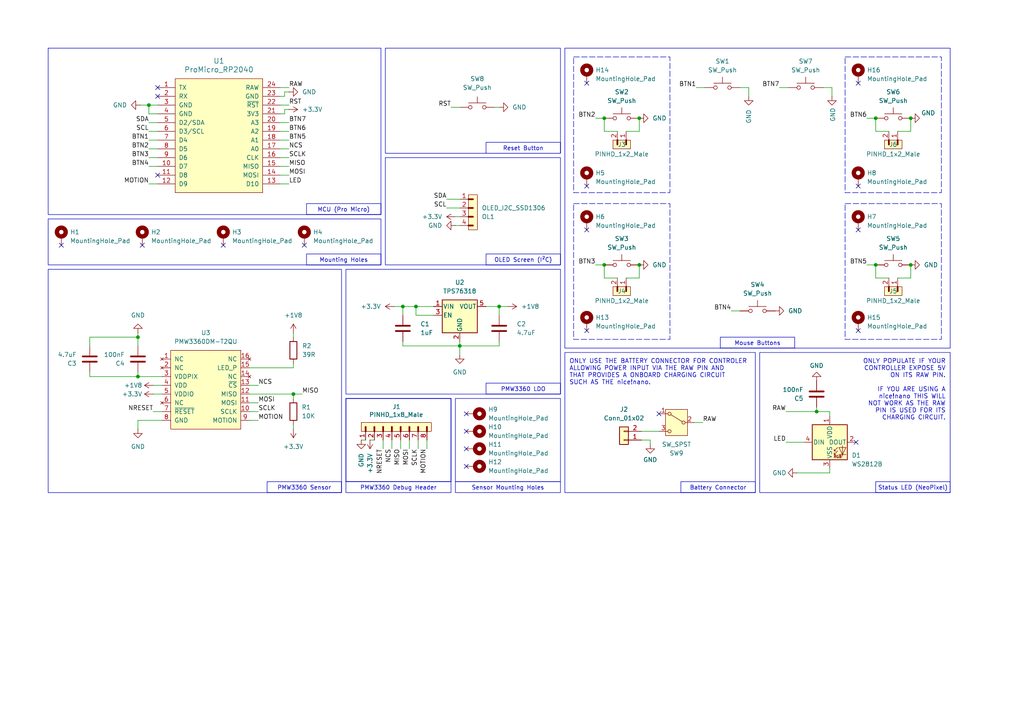
<source format=kicad_sch>
(kicad_sch (version 20231120) (generator "eeschema") (generator_version "8.0")
  (paper "A4")
  (title_block (title "LT7DK") (date "2025-02-04") (rev "v1.00") (company "LambdaKB.dev") (comment 1 "https://lambdakb.dev/devices/lt7dk/"))
  (lib_symbols
    (symbol "Connector_Generic:Conn_01x02" (pin_names (offset 1.016) hide)
      (property "Reference" "J" (at 0 2.54 0))
      (property "Value" "Conn_01x02" (at 0 -5.08 0))
      (symbol "Conn_01x02_1_1"
        (rectangle (start -1.27 -2.413) (end 0 -2.667) (stroke (width 0.1524)))
        (rectangle (start -1.27 0.127) (end 0 -0.127) (stroke (width 0.1524)))
        (rectangle (start -1.27 1.27) (end 1.27 -3.81) (stroke (width 0.254)) (fill (type background)))
        (pin passive line (at -5.08 0 0) (length 3.81) (name "Pin_1") (number "1"))
        (pin passive line (at -5.08 -2.54 0) (length 3.81) (name "Pin_2") (number "2"))
      )
    )
    (symbol "Device:C" (pin_numbers hide) (pin_names (offset 0.254))
      (property "Reference" "C" (at 0.635 2.54 0))
      (property "Value" "C" (at 0.635 -2.54 0))
      (symbol "C_0_1"
        (polyline (pts (xy -2.032 -0.762) (xy 2.032 -0.762)) (stroke (width 0.508)))
        (polyline (pts (xy -2.032 0.762) (xy 2.032 0.762)) (stroke (width 0.508)))
      )
      (symbol "C_1_1"
        (pin passive line (at 0 3.81 270) (length 2.794) (name "~") (number "1"))
        (pin passive line (at 0 -3.81 90) (length 2.794) (name "~") (number "2"))
      )
    )
    (symbol "Device:R" (pin_numbers hide) (pin_names (offset 0))
      (property "Reference" "R" (at 2.032 0 90))
      (property "Value" "R" (at 0 0 90))
      (symbol "R_0_1"
        (rectangle (start -1.016 -2.54) (end 1.016 2.54) (stroke (width 0.254)))
      )
      (symbol "R_1_1"
        (pin passive line (at 0 3.81 270) (length 1.27) (name "~") (number "1"))
        (pin passive line (at 0 -3.81 90) (length 1.27) (name "~") (number "2"))
      )
    )
    (symbol "LED:WS2812B" (pin_names (offset 0.254))
      (property "Reference" "D" (at 5.08 5.715 0))
      (property "Value" "WS2812B" (at 1.27 -5.715 0))
      (symbol "WS2812B_0_0"
        (text "RGB" (at 2.286 -4.191 0) (effects (font (size 0.762 0.762))))
      )
      (symbol "WS2812B_0_1"
        (polyline (pts (xy 1.27 -3.556) (xy 1.778 -3.556)))
        (polyline (pts (xy 1.27 -2.54) (xy 1.778 -2.54)))
        (polyline (pts (xy 4.699 -3.556) (xy 2.667 -3.556)))
        (polyline (pts (xy 2.286 -2.54) (xy 1.27 -3.556) (xy 1.27 -3.048)))
        (polyline (pts (xy 2.286 -1.524) (xy 1.27 -2.54) (xy 1.27 -2.032)))
        (polyline (pts (xy 3.683 -1.016) (xy 3.683 -3.556) (xy 3.683 -4.064)))
        (polyline (pts (xy 4.699 -1.524) (xy 2.667 -1.524) (xy 3.683 -3.556) (xy 4.699 -1.524)))
        (rectangle (start 5.08 5.08) (end -5.08 -5.08) (stroke (width 0.254)) (fill (type background)))
      )
      (symbol "WS2812B_1_1"
        (pin power_in line (at 0 7.62 270) (length 2.54) (name "VDD") (number "1"))
        (pin output line (at 7.62 0 180) (length 2.54) (name "DOUT") (number "2"))
        (pin power_in line (at 0 -7.62 90) (length 2.54) (name "VSS") (number "3"))
        (pin input line (at -7.62 0 0) (length 2.54) (name "DIN") (number "4"))
      )
    )
    (symbol "LKBD_MCU:ProMicro_RP2040" (pin_names (offset 1.016))
      (property "Reference" "U" (at 0 19.05 0))
      (property "Value" "ProMicro_RP2040" (at 0 -19.05 0))
      (symbol "ProMicro_RP2040_0_1"
        (rectangle (start -12.7 16.51) (end 12.7 -16.51) (fill (type background)))
      )
      (symbol "ProMicro_RP2040_1_1"
        (pin bidirectional line (at -17.78 13.97 0) (length 5.08) (name "TX") (number "1"))
        (pin bidirectional line (at -17.78 -8.89 0) (length 5.08) (name "D7") (number "10"))
        (pin bidirectional line (at -17.78 -11.43 0) (length 5.08) (name "D8") (number "11"))
        (pin bidirectional line (at -17.78 -13.97 0) (length 5.08) (name "D9") (number "12"))
        (pin bidirectional line (at 17.78 -13.97 180) (length 5.08) (name "D10") (number "13"))
        (pin bidirectional line (at 17.78 -11.43 180) (length 5.08) (name "MOSI") (number "14"))
        (pin bidirectional line (at 17.78 -8.89 180) (length 5.08) (name "MISO") (number "15"))
        (pin bidirectional line (at 17.78 -6.35 180) (length 5.08) (name "CLK") (number "16"))
        (pin bidirectional line (at 17.78 -3.81 180) (length 5.08) (name "A0") (number "17"))
        (pin bidirectional line (at 17.78 -1.27 180) (length 5.08) (name "A1") (number "18"))
        (pin bidirectional line (at 17.78 1.27 180) (length 5.08) (name "A2") (number "19"))
        (pin bidirectional line (at -17.78 11.43 0) (length 5.08) (name "RX") (number "2"))
        (pin bidirectional line (at 17.78 3.81 180) (length 5.08) (name "A3") (number "20"))
        (pin power_in line (at 17.78 6.35 180) (length 5.08) (name "3V3") (number "21"))
        (pin input line (at 17.78 8.89 180) (length 5.08) (name "~{RST}") (number "22"))
        (pin power_in line (at 17.78 11.43 180) (length 5.08) (name "GND") (number "23"))
        (pin power_out line (at 17.78 13.97 180) (length 5.08) (name "RAW") (number "24"))
        (pin power_in line (at -17.78 8.89 0) (length 5.08) (name "GND") (number "3"))
        (pin power_in line (at -17.78 6.35 0) (length 5.08) (name "GND") (number "4"))
        (pin bidirectional line (at -17.78 3.81 0) (length 5.08) (name "D2/SDA") (number "5"))
        (pin bidirectional line (at -17.78 1.27 0) (length 5.08) (name "D3/SCL") (number "6"))
        (pin bidirectional line (at -17.78 -1.27 0) (length 5.08) (name "D4") (number "7"))
        (pin bidirectional line (at -17.78 -3.81 0) (length 5.08) (name "D5") (number "8"))
        (pin bidirectional line (at -17.78 -6.35 0) (length 5.08) (name "D6") (number "9"))
      )
    )
    (symbol "LKBD_OpticalSensor:PMW3360DM-T2QU" (pin_names (offset 1.016))
      (property "Reference" "U" (at 0 13.97 0))
      (property "Value" "PMW3360DM-T2QU" (at 0 -13.716 0))
      (symbol "PMW3360DM-T2QU_0_1"
        (rectangle (start -10.16 11.43) (end 10.16 -11.43) (fill (type background)))
      )
      (symbol "PMW3360DM-T2QU_1_1"
        (pin no_connect line (at -12.7 8.89 0) (length 2.54) (name "NC") (number "1"))
        (pin input line (at 12.7 -6.35 180) (length 2.54) (name "SCLK") (number "10"))
        (pin input line (at 12.7 -3.81 180) (length 2.54) (name "MOSI") (number "11"))
        (pin output line (at 12.7 -1.27 180) (length 2.54) (name "MISO") (number "12"))
        (pin input line (at 12.7 1.27 180) (length 2.54) (name "~{CS}") (number "13"))
        (pin no_connect line (at 12.7 3.81 180) (length 2.54) (name "NC") (number "14"))
        (pin input line (at 12.7 6.35 180) (length 2.54) (name "LED_P") (number "15"))
        (pin no_connect line (at 12.7 8.89 180) (length 2.54) (name "NC") (number "16"))
        (pin no_connect line (at -12.7 6.35 0) (length 2.54) (name "NC") (number "2"))
        (pin power_out line (at -12.7 3.81 0) (length 2.54) (name "VDDPIX") (number "3"))
        (pin power_in line (at -12.7 1.27 0) (length 2.54) (name "VDD") (number "4"))
        (pin power_in line (at -12.7 -1.27 0) (length 2.54) (name "VDDIO") (number "5"))
        (pin no_connect line (at -12.7 -3.81 0) (length 2.54) (name "NC") (number "6"))
        (pin input line (at -12.7 -6.35 0) (length 2.54) (name "~{RESET}") (number "7"))
        (pin power_in line (at -12.7 -8.89 0) (length 2.54) (name "GND") (number "8"))
        (pin output line (at 12.7 -8.89 180) (length 2.54) (name "MOTION") (number "9"))
      )
    )
    (symbol "Mechanical:MountingHole_Pad" (pin_numbers hide) (pin_names (offset 1.016) hide) (exclude_from_sim yes) (in_bom no)
      (property "Reference" "H" (at 0 6.35 0))
      (property "Value" "MountingHole_Pad" (at 0 4.445 0))
      (symbol "MountingHole_Pad_0_1"
        (circle (center 0 1.27) (radius 1.27) (stroke (width 1.27)))
      )
      (symbol "MountingHole_Pad_1_1"
        (pin input line (at 0 -2.54 90) (length 2.54) (name "1") (number "1"))
      )
    )
    (symbol "PCM_SL_Pin_Headers:PINHD_1x2_Male"
      (property "Reference" "J" (at 0 6.35 0))
      (property "Value" "PINHD_1x2_Male" (at 0 3.81 0))
      (symbol "PINHD_1x2_Male_0_1"
        (rectangle (start -1.27 2.54) (end 1.27 -2.54) (fill (type background)))
        (polyline (pts (xy -1.27 -1.27) (xy 0 -1.27)) (stroke (width 0.3)))
        (polyline (pts (xy -1.27 -1.27) (xy 0 -1.27)) (stroke (width 0.5)))
        (polyline (pts (xy -1.27 1.27) (xy 0 1.27)) (stroke (width 0.3)))
        (polyline (pts (xy -1.27 1.27) (xy 0 1.27)) (stroke (width 0.5)))
      )
      (symbol "PINHD_1x2_Male_1_1"
        (pin passive line (at -3.81 1.27 0) (length 2.54) (name "") (number "1"))
        (pin passive line (at -3.81 -1.27 0) (length 2.54) (name "") (number "2"))
      )
    )
    (symbol "PCM_SL_Pin_Headers:PINHD_1x4_Male"
      (property "Reference" "J" (at 0 8.89 0))
      (property "Value" "PINHD_1x4_Male" (at 0 6.35 0))
      (symbol "PINHD_1x4_Male_0_1"
        (rectangle (start -1.27 5.08) (end 1.27 -5.08) (fill (type background)))
        (polyline (pts (xy -1.27 -3.81) (xy 0 -3.81)) (stroke (width 0.3)))
        (polyline (pts (xy -1.27 -3.81) (xy 0 -3.81)) (stroke (width 0.5)))
        (polyline (pts (xy -1.27 -1.27) (xy 0 -1.27)) (stroke (width 0.3)))
        (polyline (pts (xy -1.27 -1.27) (xy 0 -1.27)) (stroke (width 0.5)))
        (polyline (pts (xy -1.27 1.27) (xy 0 1.27)) (stroke (width 0.3)))
        (polyline (pts (xy -1.27 1.27) (xy 0 1.27)) (stroke (width 0.5)))
        (polyline (pts (xy -1.27 3.81) (xy 0 3.81)) (stroke (width 0.3)))
        (polyline (pts (xy -1.27 3.81) (xy 0 3.81)) (stroke (width 0.5)))
      )
      (symbol "PINHD_1x4_Male_1_1"
        (pin passive line (at -3.81 3.81 0) (length 2.54) (name "") (number "1"))
        (pin passive line (at -3.81 1.27 0) (length 2.54) (name "") (number "2"))
        (pin passive line (at -3.81 -1.27 0) (length 2.54) (name "") (number "3"))
        (pin passive line (at -3.81 -3.81 0) (length 2.54) (name "") (number "4"))
      )
    )
    (symbol "PCM_SL_Pin_Headers:PINHD_1x8_Male"
      (property "Reference" "J" (at 0 13.97 0))
      (property "Value" "PINHD_1x8_Male" (at 0 11.43 0))
      (symbol "PINHD_1x8_Male_0_1"
        (rectangle (start -1.27 10.16) (end 1.27 -10.16) (fill (type background)))
        (polyline (pts (xy -1.27 -8.89) (xy 0 -8.89)) (stroke (width 0.3)))
        (polyline (pts (xy -1.27 -8.89) (xy 0 -8.89)) (stroke (width 0.5)))
        (polyline (pts (xy -1.27 -6.35) (xy 0 -6.35)) (stroke (width 0.3)))
        (polyline (pts (xy -1.27 -6.35) (xy 0 -6.35)) (stroke (width 0.5)))
        (polyline (pts (xy -1.27 -3.81) (xy 0 -3.81)) (stroke (width 0.3)))
        (polyline (pts (xy -1.27 -3.81) (xy 0 -3.81)) (stroke (width 0.5)))
        (polyline (pts (xy -1.27 -1.27) (xy 0 -1.27)) (stroke (width 0.3)))
        (polyline (pts (xy -1.27 -1.27) (xy 0 -1.27)) (stroke (width 0.5)))
        (polyline (pts (xy -1.27 1.27) (xy 0 1.27)) (stroke (width 0.3)))
        (polyline (pts (xy -1.27 1.27) (xy 0 1.27)) (stroke (width 0.5)))
        (polyline (pts (xy -1.27 3.81) (xy 0 3.81)) (stroke (width 0.3)))
        (polyline (pts (xy -1.27 3.81) (xy 0 3.81)) (stroke (width 0.5)))
        (polyline (pts (xy -1.27 6.35) (xy 0 6.35)) (stroke (width 0.3)))
        (polyline (pts (xy -1.27 6.35) (xy 0 6.35)) (stroke (width 0.5)))
        (polyline (pts (xy -1.27 8.89) (xy 0 8.89)) (stroke (width 0.3)))
        (polyline (pts (xy -1.27 8.89) (xy 0 8.89)) (stroke (width 0.5)))
      )
      (symbol "PINHD_1x8_Male_1_1"
        (pin passive line (at -3.81 8.89 0) (length 2.54) (name "") (number "1"))
        (pin passive line (at -3.81 6.35 0) (length 2.54) (name "") (number "2"))
        (pin passive line (at -3.81 3.81 0) (length 2.54) (name "") (number "3"))
        (pin passive line (at -3.81 1.27 0) (length 2.54) (name "") (number "4"))
        (pin passive line (at -3.81 -1.27 0) (length 2.54) (name "") (number "5"))
        (pin passive line (at -3.81 -3.81 0) (length 2.54) (name "") (number "6"))
        (pin passive line (at -3.81 -6.35 0) (length 2.54) (name "") (number "7"))
        (pin passive line (at -3.81 -8.89 0) (length 2.54) (name "") (number "8"))
      )
    )
    (symbol "Regulator_Linear:TPS76318" (pin_names (offset 0.254))
      (property "Reference" "U" (at -3.81 5.715 0))
      (property "Value" "TPS76318" (at 0 5.715 0))
      (symbol "TPS76318_0_1"
        (rectangle (start -5.08 4.445) (end 5.08 -5.08) (stroke (width 0.254)) (fill (type background)))
      )
      (symbol "TPS76318_1_1"
        (pin power_in line (at -7.62 2.54 0) (length 2.54) (name "VIN") (number "1"))
        (pin power_in line (at 0 -7.62 90) (length 2.54) (name "GND") (number "2"))
        (pin input line (at -7.62 0 0) (length 2.54) (name "EN") (number "3"))
        (pin no_connect line (at 5.08 0 180) (length 2.54) hide (name "NC") (number "4"))
        (pin power_out line (at 7.62 2.54 180) (length 2.54) (name "VOUT") (number "5"))
      )
    )
    (symbol "Switch:SW_Push" (pin_numbers hide) (pin_names (offset 1.016) hide)
      (property "Reference" "SW" (at 1.27 2.54 0))
      (property "Value" "SW_Push" (at 0 -1.524 0))
      (symbol "SW_Push_0_1"
        (circle (center -2.032 0) (radius 0.508))
        (polyline (pts (xy 0 1.27) (xy 0 3.048)))
        (polyline (pts (xy 2.54 1.27) (xy -2.54 1.27)))
        (circle (center 2.032 0) (radius 0.508))
        (pin passive line (at -5.08 0 0) (length 2.54) (name "1") (number "1"))
        (pin passive line (at 5.08 0 180) (length 2.54) (name "2") (number "2"))
      )
    )
    (symbol "Switch:SW_SPDT" (pin_names (offset 0) hide)
      (property "Reference" "SW" (at 0 5.08 0))
      (property "Value" "SW_SPDT" (at 0 -5.08 0))
      (symbol "SW_SPDT_0_1"
        (circle (center -2.032 0) (radius 0.4572))
        (polyline (pts (xy -1.651 0.254) (xy 1.651 2.286)))
        (circle (center 2.032 -2.54) (radius 0.4572))
        (circle (center 2.032 2.54) (radius 0.4572))
      )
      (symbol "SW_SPDT_1_1"
        (rectangle (start -3.175 3.81) (end 3.175 -3.81) (fill (type background)))
        (pin passive line (at 5.08 2.54 180) (length 2.54) (name "A") (number "1"))
        (pin passive line (at -5.08 0 0) (length 2.54) (name "B") (number "2"))
        (pin passive line (at 5.08 -2.54 180) (length 2.54) (name "C") (number "3"))
      )
    )
    (symbol "power:+1V8" (power) (pin_numbers hide) (pin_names (offset 0) hide)
      (property "Value" "+1V8" (at 0 3.556 0))
      (symbol "+1V8_0_1"
        (polyline (pts (xy -0.762 1.27) (xy 0 2.54)))
        (polyline (pts (xy 0 0) (xy 0 2.54)))
        (polyline (pts (xy 0 2.54) (xy 0.762 1.27)))
      )
      (symbol "+1V8_1_1"
        (pin power_in line (at 0 0 90) (length 0) (name "~") (number "1"))
      )
    )
    (symbol "power:+3.3V" (power) (pin_numbers hide) (pin_names (offset 0) hide)
      (property "Value" "+3.3V" (at 0 3.556 0))
      (symbol "+3.3V_0_1"
        (polyline (pts (xy -0.762 1.27) (xy 0 2.54)))
        (polyline (pts (xy 0 0) (xy 0 2.54)))
        (polyline (pts (xy 0 2.54) (xy 0.762 1.27)))
      )
      (symbol "+3.3V_1_1"
        (pin power_in line (at 0 0 90) (length 0) (name "~") (number "1"))
      )
    )
    (symbol "power:GND" (power) (pin_numbers hide) (pin_names (offset 0) hide)
      (property "Value" "GND" (at 0 -3.81 0))
      (symbol "GND_0_1"
        (polyline (pts (xy 0 0) (xy 0 -1.27) (xy 1.27 -1.27) (xy 0 -2.54) (xy -1.27 -1.27) (xy 0 -1.27)))
      )
      (symbol "GND_1_1"
        (pin power_in line (at 0 0 270) (length 0) (name "~") (number "1"))
      )
    )
  )
  (junction (at 254 34.29))
  (junction (at 175.26 76.835))
  (junction (at 85.09 114.3))
  (junction (at 133.35 100.33))
  (junction (at 264.16 76.835))
  (junction (at 185.42 76.835))
  (junction (at 144.78 88.9))
  (junction (at 264.16 34.29))
  (junction (at 43.18 30.48))
  (junction (at 175.26 34.29))
  (junction (at 116.84 88.9))
  (junction (at 254 76.835))
  (junction (at 236.855 119.38))
  (junction (at 40.005 97.79))
  (junction (at 120.65 88.9))
  (junction (at 40.005 109.22))
  (junction (at 185.42 34.29))
  (no_connect (at 170.18 66.675))
  (no_connect (at 135.255 135.255))
  (no_connect (at 191.135 120.015))
  (no_connect (at 170.18 24.13))
  (no_connect (at 170.18 53.975))
  (no_connect (at 170.18 95.885))
  (no_connect (at 248.92 95.885))
  (no_connect (at 248.92 24.13))
  (no_connect (at 45.72 50.8))
  (no_connect (at 17.78 71.12))
  (no_connect (at 248.92 53.975))
  (no_connect (at 248.92 66.675))
  (no_connect (at 45.72 25.4))
  (no_connect (at 248.285 128.27))
  (no_connect (at 135.255 120.015))
  (no_connect (at 41.275 71.12))
  (no_connect (at 135.255 125.095))
  (no_connect (at 135.255 130.175))
  (no_connect (at 88.265 71.12))
  (no_connect (at 45.72 27.94))
  (no_connect (at 64.77 71.12))
  (wire (pts (xy 240.665 119.38) (xy 240.665 120.65)))
  (wire (pts (xy 83.82 26.67) (xy 82.55 26.67)))
  (wire (pts (xy 241.3 27.94) (xy 241.3 25.4)))
  (wire (pts (xy 175.26 80.645) (xy 179.07 80.645)))
  (wire (pts (xy 231.14 137.16) (xy 240.665 137.16)))
  (wire (pts (xy 107.315 127.635) (xy 108.585 127.635)))
  (wire (pts (xy 81.28 48.26) (xy 83.82 48.26)))
  (wire (pts (xy 43.18 30.48) (xy 43.18 33.02)))
  (wire (pts (xy 81.28 45.72) (xy 83.82 45.72)))
  (wire (pts (xy 82.55 27.94) (xy 81.28 27.94)))
  (wire (pts (xy 83.82 40.64) (xy 81.28 40.64)))
  (wire (pts (xy 212.09 90.17) (xy 214.63 90.17)))
  (wire (pts (xy 264.16 76.835) (xy 264.16 80.645)))
  (wire (pts (xy 201.295 122.555) (xy 203.835 122.555)))
  (wire (pts (xy 40.005 100.33) (xy 40.005 97.79)))
  (wire (pts (xy 236.855 119.38) (xy 240.665 119.38)))
  (wire (pts (xy 43.18 38.1) (xy 45.72 38.1)))
  (wire (pts (xy 188.595 127.635) (xy 186.055 127.635)))
  (wire (pts (xy 254 76.835) (xy 254 80.645)))
  (wire (pts (xy 227.965 119.38) (xy 236.855 119.38)))
  (wire (pts (xy 172.72 76.835) (xy 175.26 76.835)))
  (wire (pts (xy 83.82 30.48) (xy 81.28 30.48)))
  (wire (pts (xy 85.09 124.46) (xy 85.09 123.19)))
  (wire (pts (xy 185.42 34.29) (xy 185.42 38.1)))
  (wire (pts (xy 44.45 119.38) (xy 46.99 119.38)))
  (wire (pts (xy 140.97 88.9) (xy 144.78 88.9)))
  (wire (pts (xy 85.09 97.79) (xy 85.09 96.52)))
  (wire (pts (xy 254 34.29) (xy 254 38.1)))
  (wire (pts (xy 241.3 25.4) (xy 238.76 25.4)))
  (wire (pts (xy 83.82 38.1) (xy 81.28 38.1)))
  (wire (pts (xy 116.84 88.9) (xy 116.84 91.44)))
  (wire (pts (xy 125.73 91.44) (xy 120.65 91.44)))
  (wire (pts (xy 130.81 31.115) (xy 133.35 31.115)))
  (wire (pts (xy 83.82 31.75) (xy 82.55 31.75)))
  (wire (pts (xy 85.09 105.41) (xy 85.09 106.68)))
  (wire (pts (xy 217.17 25.4) (xy 214.63 25.4)))
  (wire (pts (xy 83.82 53.34) (xy 81.28 53.34)))
  (wire (pts (xy 26.035 109.22) (xy 26.035 107.95)))
  (wire (pts (xy 236.855 118.11) (xy 236.855 119.38)))
  (wire (pts (xy 114.3 88.9) (xy 116.84 88.9)))
  (wire (pts (xy 240.665 137.16) (xy 240.665 135.89)))
  (wire (pts (xy 264.16 34.29) (xy 264.16 38.1)))
  (wire (pts (xy 74.93 116.84) (xy 72.39 116.84)))
  (wire (pts (xy 82.55 33.02) (xy 81.28 33.02)))
  (wire (pts (xy 251.46 76.835) (xy 254 76.835)))
  (wire (pts (xy 133.35 100.33) (xy 144.78 100.33)))
  (wire (pts (xy 85.09 106.68) (xy 72.39 106.68)))
  (wire (pts (xy 144.78 88.9) (xy 144.78 91.44)))
  (wire (pts (xy 43.18 30.48) (xy 45.72 30.48)))
  (wire (pts (xy 118.745 127.635) (xy 118.745 130.175)))
  (wire (pts (xy 201.93 25.4) (xy 204.47 25.4)))
  (wire (pts (xy 175.26 38.1) (xy 179.07 38.1)))
  (wire (pts (xy 188.595 128.905) (xy 188.595 127.635)))
  (wire (pts (xy 226.06 25.4) (xy 228.6 25.4)))
  (wire (pts (xy 175.26 76.835) (xy 175.26 80.645)))
  (wire (pts (xy 81.28 50.8) (xy 83.82 50.8)))
  (wire (pts (xy 82.55 26.67) (xy 82.55 27.94)))
  (wire (pts (xy 85.09 114.3) (xy 85.09 115.57)))
  (wire (pts (xy 120.65 91.44) (xy 120.65 88.9)))
  (wire (pts (xy 264.16 80.645) (xy 260.35 80.645)))
  (wire (pts (xy 123.825 127.635) (xy 123.825 130.175)))
  (wire (pts (xy 40.005 109.22) (xy 46.99 109.22)))
  (wire (pts (xy 144.78 88.9) (xy 147.32 88.9)))
  (wire (pts (xy 43.18 35.56) (xy 45.72 35.56)))
  (wire (pts (xy 40.005 121.92) (xy 46.99 121.92)))
  (wire (pts (xy 85.09 114.3) (xy 87.63 114.3)))
  (wire (pts (xy 26.035 109.22) (xy 40.005 109.22)))
  (wire (pts (xy 44.45 114.3) (xy 46.99 114.3)))
  (wire (pts (xy 254 80.645) (xy 257.81 80.645)))
  (wire (pts (xy 227.965 128.27) (xy 233.045 128.27)))
  (wire (pts (xy 116.84 99.06) (xy 116.84 100.33)))
  (wire (pts (xy 121.285 127.635) (xy 121.285 130.175)))
  (wire (pts (xy 217.17 25.4) (xy 217.17 27.94)))
  (wire (pts (xy 83.82 35.56) (xy 81.28 35.56)))
  (wire (pts (xy 185.42 76.835) (xy 185.42 80.645)))
  (wire (pts (xy 185.42 80.645) (xy 181.61 80.645)))
  (wire (pts (xy 40.005 124.46) (xy 40.005 121.92)))
  (wire (pts (xy 40.64 30.48) (xy 43.18 30.48)))
  (wire (pts (xy 120.65 88.9) (xy 116.84 88.9)))
  (wire (pts (xy 74.93 121.92) (xy 72.39 121.92)))
  (wire (pts (xy 133.35 99.06) (xy 133.35 100.33)))
  (wire (pts (xy 129.54 60.325) (xy 133.35 60.325)))
  (wire (pts (xy 251.46 34.29) (xy 254 34.29)))
  (wire (pts (xy 81.28 43.18) (xy 83.82 43.18)))
  (wire (pts (xy 185.42 38.1) (xy 181.61 38.1)))
  (wire (pts (xy 116.84 100.33) (xy 133.35 100.33)))
  (wire (pts (xy 43.18 48.26) (xy 45.72 48.26)))
  (wire (pts (xy 132.08 62.865) (xy 133.35 62.865)))
  (wire (pts (xy 40.005 96.52) (xy 40.005 97.79)))
  (wire (pts (xy 144.78 31.115) (xy 143.51 31.115)))
  (wire (pts (xy 26.035 97.79) (xy 40.005 97.79)))
  (wire (pts (xy 43.18 40.64) (xy 45.72 40.64)))
  (wire (pts (xy 74.93 111.76) (xy 72.39 111.76)))
  (wire (pts (xy 264.16 38.1) (xy 260.35 38.1)))
  (wire (pts (xy 26.035 100.33) (xy 26.035 97.79)))
  (wire (pts (xy 43.18 45.72) (xy 45.72 45.72)))
  (wire (pts (xy 116.205 127.635) (xy 116.205 130.175)))
  (wire (pts (xy 45.72 33.02) (xy 43.18 33.02)))
  (wire (pts (xy 144.78 99.06) (xy 144.78 100.33)))
  (wire (pts (xy 44.45 111.76) (xy 46.99 111.76)))
  (wire (pts (xy 104.775 127.635) (xy 106.045 127.635)))
  (wire (pts (xy 133.35 100.33) (xy 133.35 102.87)))
  (wire (pts (xy 74.93 119.38) (xy 72.39 119.38)))
  (wire (pts (xy 82.55 31.75) (xy 82.55 33.02)))
  (wire (pts (xy 172.72 34.29) (xy 175.26 34.29)))
  (wire (pts (xy 113.665 127.635) (xy 113.665 130.175)))
  (wire (pts (xy 81.28 25.4) (xy 83.82 25.4)))
  (wire (pts (xy 254 38.1) (xy 257.81 38.1)))
  (wire (pts (xy 125.73 88.9) (xy 120.65 88.9)))
  (wire (pts (xy 132.08 65.405) (xy 133.35 65.405)))
  (wire (pts (xy 43.18 43.18) (xy 45.72 43.18)))
  (wire (pts (xy 111.125 127.635) (xy 111.125 130.175)))
  (wire (pts (xy 186.055 125.095) (xy 191.135 125.095)))
  (wire (pts (xy 175.26 34.29) (xy 175.26 38.1)))
  (wire (pts (xy 40.005 107.95) (xy 40.005 109.22)))
  (wire (pts (xy 72.39 114.3) (xy 85.09 114.3)))
  (wire (pts (xy 43.18 53.34) (xy 45.72 53.34)))
  (wire (pts (xy 129.54 57.785) (xy 133.35 57.785)))
  (rectangle (start 197.485 139.7) (end 219.075 142.875))
  (rectangle (start 13.97 78.105) (end 99.06 142.875))
  (rectangle (start 88.9 73.66) (end 110.49 76.835))
  (rectangle (start 166.37 59.055) (end 194.31 98.425) (stroke (width 0) (type dash)))
  (rectangle (start 111.76 45.72) (end 162.56 76.835))
  (rectangle (start 77.47 139.7) (end 99.06 142.875))
  (rectangle (start 100.33 78.105) (end 162.56 114.3))
  (rectangle (start 254 139.7) (end 275.59 142.875))
  (rectangle (start 220.345 102.235) (end 275.59 142.875))
  (rectangle (start 132.08 115.57) (end 162.56 139.7))
  (rectangle (start 140.97 41.275) (end 162.56 44.45))
  (rectangle (start 88.9 59.055) (end 110.49 62.23))
  (rectangle (start 100.33 115.57) (end 130.81 139.7))
  (rectangle (start 100.33 115.57) (end 130.81 139.7))
  (rectangle (start 245.11 16.51) (end 273.05 55.88) (stroke (width 0) (type dash)))
  (rectangle (start 163.83 102.235) (end 219.075 142.875))
  (rectangle (start 132.08 139.7) (end 162.56 142.875))
  (rectangle (start 163.83 13.97) (end 275.59 100.965))
  (rectangle (start 208.915 97.79) (end 230.505 100.965))
  (rectangle (start 140.97 111.125) (end 162.56 114.3))
  (rectangle (start 13.97 63.5) (end 110.49 76.835))
  (rectangle (start 166.37 16.51) (end 194.31 55.88) (stroke (width 0) (type dash)))
  (rectangle (start 245.11 59.055) (end 273.05 98.425) (stroke (width 0) (type dash)))
  (rectangle (start 100.33 139.7) (end 130.81 142.875))
  (rectangle (start 111.76 13.97) (end 162.56 44.45))
  (rectangle (start 13.97 13.97) (end 110.49 62.23))
  (rectangle (start 140.97 73.66) (end 162.56 76.835))
  (text "ONLY USE THE BATTERY CONNECTOR FOR CONTROLER\nALLOWING POWER INPUT VIA THE RAW PIN AND\nTHAT PROVIDES A ONBOARD CHARGING CIRCUIT\nSUCH AS THE nice!nano." (at 165.1 107.95 0) (effects (font (size 1.27 1.27)) (justify left)))
  (text "ONLY POPULATE IF YOUR\nCONTROLLER EXPOSE 5V\nON ITS RAW PIN.\n\nIF YOU ARE USING A\nnice!nano THIS WILL\nNOT WORK AS THE RAW\nPIN IS USED FOR ITS\nCHARGING CIRCUIT." (at 274.32 104.14 0) (effects (font (size 1.27 1.27)) (justify right top)))
  (text "Mounting Holes" (at 99.695 75.565 0) (effects (font (size 1.2 1.2))))
  (text "PMW3360 Sensor" (at 88.265 141.605 0) (effects (font (size 1.2 1.2))))
  (text "Reset Button" (at 151.765 43.18 0) (effects (font (size 1.2 1.2))))
  (text "PMW3360 Debug Header" (at 115.57 141.605 0) (effects (font (size 1.2 1.2))))
  (text "MCU (Pro Micro)\n" (at 99.695 60.96 0) (effects (font (size 1.2 1.2))))
  (text "OLED Screen (I²C)" (at 151.765 75.565 0) (effects (font (size 1.2 1.2))))
  (text "Status LED (NeoPixel)" (at 264.795 141.605 0) (effects (font (size 1.2 1.2))))
  (text "Mouse Buttons" (at 219.71 99.695 0) (effects (font (size 1.2 1.2))))
  (text "Battery Connector" (at 208.28 141.605 0) (effects (font (size 1.2 1.2))))
  (text "PMW3360 LDO" (at 151.765 113.03 0) (effects (font (size 1.2 1.2))))
  (text "Sensor Mounting Holes" (at 147.32 141.605 0) (effects (font (size 1.2 1.2))))
  (label "RAW" (at 203.835 122.555 0))
  (label "BTN2" (at 43.18 43.18 180))
  (label "RST" (at 130.81 31.115 180))
  (label "MOTION" (at 74.93 121.92 0))
  (label "BTN3" (at 172.72 76.835 180))
  (label "SCLK" (at 74.93 119.38 0))
  (label "BTN6" (at 251.46 34.29 180))
  (label "NRESET" (at 111.125 130.175 270))
  (label "NCS" (at 113.665 130.175 270))
  (label "LED" (at 227.965 128.27 180))
  (label "SCL" (at 129.54 60.325 180))
  (label "BTN4" (at 212.09 90.17 180))
  (label "MOSI" (at 118.745 130.175 270))
  (label "BTN2" (at 172.72 34.29 180))
  (label "BTN5" (at 83.82 40.64 0))
  (label "MOSI" (at 83.82 50.8 0))
  (label "BTN4" (at 43.18 48.26 180))
  (label "MOTION" (at 123.825 130.175 270))
  (label "SCLK" (at 83.82 45.72 0))
  (label "LED" (at 83.82 53.34 0))
  (label "SCLK" (at 121.285 130.175 270))
  (label "NCS" (at 74.93 111.76 0))
  (label "MISO" (at 87.63 114.3 0))
  (label "RAW" (at 227.965 119.38 180))
  (label "BTN7" (at 226.06 25.4 180))
  (label "NRESET" (at 44.45 119.38 180))
  (label "BTN1" (at 201.93 25.4 180))
  (label "BTN5" (at 251.46 76.835 180))
  (label "MOTION" (at 43.18 53.34 180))
  (label "BTN6" (at 83.82 38.1 0))
  (label "NCS" (at 83.82 43.18 0))
  (label "SDA" (at 129.54 57.785 180))
  (label "BTN1" (at 43.18 40.64 180))
  (label "SCL" (at 43.18 38.1 180))
  (label "BTN7" (at 83.82 35.56 0))
  (label "MISO" (at 83.82 48.26 0))
  (label "RST" (at 83.82 30.48 0))
  (label "RAW" (at 83.82 25.4 0))
  (label "MOSI" (at 74.93 116.84 0))
  (label "SDA" (at 43.18 35.56 180))
  (label "BTN3" (at 43.18 45.72 180))
  (label "MISO" (at 116.205 130.175 270))
  (symbol (lib_id "power:+3.3V") (at 85.09 124.46 180) (unit 1)
    (property "Reference" "#PWR011" (effects (hide yes)))
    (property "Value" "+3.3V" (at 85.09 129.54 0))
    (property "Description" "Power symbol creates a global label with name \"+3.3V\"" (effects (hide yes)))
  )
  (symbol (lib_id "Device:C") (at 40.005 104.14 0) (unit 1)
    (property "Reference" "C4" (at 36.195 105.4101 0) (effects (justify right)))
    (property "Value" "100nF" (at 36.195 102.8701 0) (effects (justify right)))
    (property "Footprint" "Capacitor_SMD:C_0805_2012Metric_Pad1.18x1.45mm_HandSolder" (effects (hide yes)))
    (property "Description" "Unpolarized capacitor" (effects (hide yes)))
    (property "JLC" "0805" (effects (hide yes)))
    (property "LCSC" "C49678" (effects (hide yes)))
  )
  (symbol (lib_id "LKBD_MCU:ProMicro_RP2040") (at 63.5 39.37 0) (unit 1)
    (property "Reference" "U1" (at 63.5 17.653 0) (effects (font (size 1.524 1.524))))
    (property "Value" "ProMicro_RP2040" (at 63.5 20.193 0) (effects (font (size 1.524 1.524))))
    (property "Footprint" "LKBD_MCU:MCU_KB2040_DIP-24_Socket_Reverse" (effects (hide yes)))
    (property "Datasheet" "https://www.sparkfun.com/sparkfun-pro-micro-rp2040.html" (effects (hide yes)))
  )
  (symbol (lib_id "power:GND") (at 40.005 96.52 0) (mirror x) (unit 1)
    (property "Reference" "#PWR05" (effects (hide yes)))
    (property "Value" "GND" (at 40.005 91.44 0))
    (property "Description" "Power symbol creates a global label with name \"GND\" , ground" (effects (hide yes)))
  )
  (symbol (lib_id "power:+1V8") (at 147.32 88.9 270) (unit 1)
    (property "Reference" "#PWR014" (effects (hide yes)))
    (property "Value" "+1V8" (at 151.13 88.8999 90) (effects (justify left)))
    (property "Description" "Power symbol creates a global label with name \"+1V8\"" (effects (hide yes)))
  )
  (symbol (lib_id "Switch:SW_Push") (at 138.43 31.115 0) (unit 1)
    (property "Reference" "SW8" (at 138.43 22.86 0))
    (property "Value" "SW_Push" (at 138.43 25.4 0))
    (property "Footprint" "LKBD_Common:SW_Push_1P1T_6x3.5mm" (effects (hide yes)))
    (property "Description" "Push button switch, generic, two pins" (effects (hide yes)))
  )
  (symbol (lib_id "Device:C") (at 144.78 95.25 180) (unit 1)
    (property "Reference" "C2" (at 149.86 93.9799 0) (effects (justify right)))
    (property "Value" "4.7uF" (at 149.86 96.5199 0) (effects (justify right)))
    (property "Footprint" "Capacitor_SMD:C_0805_2012Metric_Pad1.18x1.45mm_HandSolder" (effects (hide yes)))
    (property "Description" "Unpolarized capacitor" (effects (hide yes)))
    (property "JLC" "0805" (effects (hide yes)))
    (property "LCSC" "C1779" (effects (hide yes)))
  )
  (symbol (lib_id "Mechanical:MountingHole_Pad") (at 137.795 125.095 270) (unit 1) (exclude_from_sim yes) (in_bom no)
    (property "Reference" "H10" (at 141.605 123.8249 90) (effects (justify left)))
    (property "Value" "MountingHole_Pad" (at 141.605 126.3649 90) (effects (justify left)))
    (property "Footprint" "MountingHole:MountingHole_2.2mm_M2_ISO14580_Pad" (effects (hide yes)))
    (property "Description" "Mounting Hole with connection" (effects (hide yes)))
  )
  (symbol (lib_id "PCM_SL_Pin_Headers:PINHD_1x2_Male") (at 259.08 41.91 270) (unit 1)
    (property "Reference" "J6" (at 259.08 41.91 90))
    (property "Value" "PINHD_1x2_Male" (at 251.206 44.704 90) (effects (justify left)))
    (property "Footprint" "Connector_PinHeader_2.54mm:PinHeader_1x02_P2.54mm_Vertical" (effects (hide yes)))
    (property "Description" "Pin Header male with pin space 2.54mm. Pin Count -2" (effects (hide yes)))
  )
  (symbol (lib_id "Mechanical:MountingHole_Pad") (at 137.795 130.175 270) (unit 1) (exclude_from_sim yes) (in_bom no)
    (property "Reference" "H11" (at 141.605 128.9049 90) (effects (justify left)))
    (property "Value" "MountingHole_Pad" (at 141.605 131.4449 90) (effects (justify left)))
    (property "Footprint" "MountingHole:MountingHole_2.2mm_M2_ISO14580_Pad" (effects (hide yes)))
    (property "Description" "Mounting Hole with connection" (effects (hide yes)))
  )
  (symbol (lib_id "Mechanical:MountingHole_Pad") (at 137.795 120.015 270) (unit 1) (exclude_from_sim yes) (in_bom no)
    (property "Reference" "H9" (at 141.605 118.7449 90) (effects (justify left)))
    (property "Value" "MountingHole_Pad" (at 141.605 121.2849 90) (effects (justify left)))
    (property "Footprint" "MountingHole:MountingHole_2.2mm_M2_ISO14580_Pad" (effects (hide yes)))
    (property "Description" "Mounting Hole with connection" (effects (hide yes)))
  )
  (symbol (lib_id "power:GND") (at 40.64 30.48 270) (unit 1)
    (property "Reference" "#PWR021" (effects (hide yes)))
    (property "Value" "GND" (at 36.83 30.4799 90) (effects (justify right)))
    (property "Description" "Power symbol creates a global label with name \"GND\" , ground" (effects (hide yes)))
  )
  (symbol (lib_id "power:+1V8") (at 85.09 96.52 0) (unit 1)
    (property "Reference" "#PWR010" (effects (hide yes)))
    (property "Value" "+1V8" (at 85.09 91.44 0))
    (property "Description" "Power symbol creates a global label with name \"+1V8\"" (effects (hide yes)))
  )
  (symbol (lib_id "power:GND") (at 236.855 110.49 180) (unit 1)
    (property "Reference" "#PWR028" (effects (hide yes)))
    (property "Value" "GND" (at 236.855 106.045 0))
    (property "Description" "Power symbol creates a global label with name \"GND\" , ground" (effects (hide yes)))
  )
  (symbol (lib_id "Device:C") (at 26.035 104.14 0) (unit 1)
    (property "Reference" "C3" (at 22.225 105.4101 0) (effects (justify right)))
    (property "Value" "4.7uF" (at 22.225 102.8701 0) (effects (justify right)))
    (property "Footprint" "Capacitor_SMD:C_0805_2012Metric_Pad1.18x1.45mm_HandSolder" (effects (hide yes)))
    (property "Description" "Unpolarized capacitor" (effects (hide yes)))
    (property "JLC" "0805" (effects (hide yes)))
    (property "LCSC" "C1779" (effects (hide yes)))
  )
  (symbol (lib_id "power:GND") (at 185.42 34.29 90) (unit 1)
    (property "Reference" "#PWR025" (effects (hide yes)))
    (property "Value" "GND" (at 189.23 34.2899 90) (effects (justify right)))
    (property "Description" "Power symbol creates a global label with name \"GND\" , ground" (effects (hide yes)))
  )
  (symbol (lib_id "Mechanical:MountingHole_Pad") (at 17.78 68.58 0) (unit 1) (exclude_from_sim yes) (in_bom no)
    (property "Reference" "H1" (at 20.32 67.3101 0) (effects (justify left)))
    (property "Value" "MountingHole_Pad" (at 20.32 69.8501 0) (effects (justify left)))
    (property "Footprint" "MountingHole:MountingHole_2.2mm_M2_ISO14580_Pad" (effects (hide yes)))
    (property "Description" "Mounting Hole with connection" (effects (hide yes)))
  )
  (symbol (lib_id "power:GND") (at 264.16 34.29 90) (unit 1)
    (property "Reference" "#PWR030" (effects (hide yes)))
    (property "Value" "GND" (at 271.272 32.766 90) (effects (justify left)))
    (property "Description" "Power symbol creates a global label with name \"GND\" , ground" (effects (hide yes)))
  )
  (symbol (lib_id "Device:C") (at 116.84 95.25 180) (unit 1)
    (property "Reference" "C1" (at 121.92 93.9799 0) (effects (justify right)))
    (property "Value" "1uF" (at 121.92 96.5199 0) (effects (justify right)))
    (property "Footprint" "Capacitor_SMD:C_0805_2012Metric_Pad1.18x1.45mm_HandSolder" (effects (hide yes)))
    (property "Description" "Unpolarized capacitor" (effects (hide yes)))
    (property "JLC" "0805" (effects (hide yes)))
    (property "LCSC" "C28323" (effects (hide yes)))
  )
  (symbol (lib_id "power:GND") (at 188.595 128.905 0) (unit 1)
    (property "Reference" "#PWR06" (effects (hide yes)))
    (property "Value" "GND" (at 188.595 133.35 0))
    (property "Description" "Power symbol creates a global label with name \"GND\" , ground" (effects (hide yes)))
  )
  (symbol (lib_id "PCM_SL_Pin_Headers:PINHD_1x2_Male") (at 259.08 84.455 270) (unit 1)
    (property "Reference" "J5" (at 259.08 84.455 90))
    (property "Value" "PINHD_1x2_Male" (at 251.206 87.249 90) (effects (justify left)))
    (property "Footprint" "Connector_PinHeader_2.54mm:PinHeader_1x02_P2.54mm_Vertical" (effects (hide yes)))
    (property "Description" "Pin Header male with pin space 2.54mm. Pin Count -2" (effects (hide yes)))
  )
  (symbol (lib_id "Mechanical:MountingHole_Pad") (at 170.18 64.135 0) (unit 1) (exclude_from_sim yes) (in_bom no)
    (property "Reference" "H6" (at 172.72 62.865 0) (effects (justify left)))
    (property "Value" "MountingHole_Pad" (at 172.72 65.405 0) (effects (justify left)))
    (property "Footprint" "MountingHole:MountingHole_2.2mm_M2_ISO14580_Pad" (effects (hide yes)))
    (property "Description" "Mounting Hole with connection" (effects (hide yes)))
  )
  (symbol (lib_id "Mechanical:MountingHole_Pad") (at 170.18 21.59 0) (unit 1) (exclude_from_sim yes) (in_bom no)
    (property "Reference" "H14" (at 172.72 20.32 0) (effects (justify left)))
    (property "Value" "MountingHole_Pad" (at 172.72 22.86 0) (effects (justify left)))
    (property "Footprint" "MountingHole:MountingHole_2.2mm_M2_ISO14580_Pad" (effects (hide yes)))
    (property "Description" "Mounting Hole with connection" (effects (hide yes)))
  )
  (symbol (lib_id "Switch:SW_SPDT") (at 196.215 122.555 0) (mirror y) (unit 1)
    (property "Reference" "SW9" (at 196.215 131.445 0))
    (property "Value" "SW_SPST" (at 196.215 128.905 0))
    (property "Footprint" "Button_Switch_SMD:SW_SPDT_PCM12" (effects (hide yes)))
    (property "Description" "Switch, single pole double throw" (effects (hide yes)))
    (property "LCSC" "C221841" (effects (hide yes)))
    (property "JLC" "SMD" (effects (hide yes)))
  )
  (symbol (lib_id "power:+1V8") (at 44.45 111.76 90) (unit 1)
    (property "Reference" "#PWR08" (effects (hide yes)))
    (property "Value" "+1V8" (at 41.275 111.7599 90) (effects (justify left)))
    (property "Description" "Power symbol creates a global label with name \"+1V8\"" (effects (hide yes)))
  )
  (symbol (lib_id "power:+3.3V") (at 83.82 31.75 270) (unit 1)
    (property "Reference" "#PWR020" (effects (hide yes)))
    (property "Value" "+3.3V" (at 87.63 31.7499 90) (effects (justify left)))
    (property "Description" "Power symbol creates a global label with name \"+3.3V\"" (effects (hide yes)))
  )
  (symbol (lib_id "PCM_SL_Pin_Headers:PINHD_1x4_Male") (at 137.16 61.595 0) (unit 1)
    (property "Reference" "OL1" (at 139.7 62.865 0) (effects (justify left)))
    (property "Value" "OLED_I2C_SSD1306" (at 139.7 60.325 0) (effects (justify left)))
    (property "Footprint" "LKBD_OLED:OLED_SSD1306_128x32_0.91inch_I2C_btmSilk" (effects (hide yes)))
    (property "Description" "Pin Header male with pin space 2.54mm. Pin Count -4" (effects (hide yes)))
  )
  (symbol (lib_id "Switch:SW_Push") (at 259.08 34.29 0) (unit 1)
    (property "Reference" "SW6" (at 259.08 26.67 0))
    (property "Value" "SW_Push" (at 259.08 29.21 0))
    (property "Footprint" "LKBD_MicroSwitch:SW_D2FC_OMR" (effects (hide yes)))
    (property "Description" "Push button switch, generic, two pins" (effects (hide yes)))
  )
  (symbol (lib_id "power:GND") (at 104.775 127.635 0) (mirror y) (unit 1)
    (property "Reference" "#PWR03" (effects (hide yes)))
    (property "Value" "GND" (at 104.7751 131.445 90) (effects (justify right)))
    (property "Description" "Power symbol creates a global label with name \"GND\" , ground" (effects (hide yes)))
  )
  (symbol (lib_id "power:+3.3V") (at 132.08 62.865 90) (mirror x) (unit 1)
    (property "Reference" "#PWR02" (effects (hide yes)))
    (property "Value" "+3.3V" (at 128.27 62.8651 90) (effects (justify left)))
    (property "Description" "Power symbol creates a global label with name \"+3.3V\"" (effects (hide yes)))
  )
  (symbol (lib_id "PCM_SL_Pin_Headers:PINHD_1x2_Male") (at 180.34 41.91 270) (unit 1)
    (property "Reference" "J3" (at 180.34 41.91 90))
    (property "Value" "PINHD_1x2_Male" (at 172.466 44.704 90) (effects (justify left)))
    (property "Footprint" "Connector_PinHeader_2.54mm:PinHeader_1x02_P2.54mm_Vertical" (effects (hide yes)))
    (property "Description" "Pin Header male with pin space 2.54mm. Pin Count -2" (effects (hide yes)))
  )
  (symbol (lib_id "power:GND") (at 224.79 90.17 90) (unit 1)
    (property "Reference" "#PWR027" (effects (hide yes)))
    (property "Value" "GND" (at 228.6 90.1699 90) (effects (justify right)))
    (property "Description" "Power symbol creates a global label with name \"GND\" , ground" (effects (hide yes)))
  )
  (symbol (lib_id "PCM_SL_Pin_Headers:PINHD_1x8_Male") (at 114.935 123.825 90) (unit 1)
    (property "Reference" "J1" (at 116.205 117.983 90) (effects (justify left)))
    (property "Value" "PINHD_1x8_Male" (at 122.809 120.269 90) (effects (justify left)))
    (property "Footprint" "Connector_PinHeader_2.54mm:PinHeader_1x08_P2.54mm_Vertical" (effects (hide yes)))
    (property "Description" "Pin Header male with pin space 2.54mm. Pin Count -8" (effects (hide yes)))
  )
  (symbol (lib_id "Connector_Generic:Conn_01x02") (at 180.975 127.635 180) (unit 1)
    (property "Reference" "J2" (at 180.975 118.745 0))
    (property "Value" "Conn_01x02" (at 180.975 121.285 0))
    (property "Footprint" "Connector_JST:JST_PH_S2B-PH-K_1x02_P2.00mm_Horizontal" (effects (hide yes)))
    (property "Description" "Generic connector, single row, 01x02, script generated (kicad-library-utils/schlib/autogen/connector/)" (effects (hide yes)))
  )
  (symbol (lib_id "Switch:SW_Push") (at 180.34 34.29 0) (unit 1)
    (property "Reference" "SW2" (at 180.34 26.67 0))
    (property "Value" "SW_Push" (at 180.34 29.21 0))
    (property "Footprint" "LKBD_MicroSwitch:SW_D2FC_OMR" (effects (hide yes)))
    (property "Description" "Push button switch, generic, two pins" (effects (hide yes)))
  )
  (symbol (lib_id "Switch:SW_Push") (at 259.08 76.835 0) (unit 1)
    (property "Reference" "SW5" (at 259.08 69.215 0))
    (property "Value" "SW_Push" (at 259.08 71.755 0))
    (property "Footprint" "LKBD_MicroSwitch:SW_D2FC_OMR" (effects (hide yes)))
    (property "Description" "Push button switch, generic, two pins" (effects (hide yes)))
  )
  (symbol (lib_id "power:GND") (at 132.08 65.405 270) (mirror x) (unit 1)
    (property "Reference" "#PWR04" (effects (hide yes)))
    (property "Value" "GND" (at 128.27 65.4051 90) (effects (justify right)))
    (property "Description" "Power symbol creates a global label with name \"GND\" , ground" (effects (hide yes)))
  )
  (symbol (lib_id "power:GND") (at 40.005 124.46 0) (unit 1)
    (property "Reference" "#PWR07" (effects (hide yes)))
    (property "Value" "GND" (at 40.005 129.54 0))
    (property "Description" "Power symbol creates a global label with name \"GND\" , ground" (effects (hide yes)))
  )
  (symbol (lib_id "power:+3.3V") (at 114.3 88.9 90) (unit 1)
    (property "Reference" "#PWR012" (effects (hide yes)))
    (property "Value" "+3.3V" (at 110.49 88.8999 90) (effects (justify left)))
    (property "Description" "Power symbol creates a global label with name \"+3.3V\"" (effects (hide yes)))
  )
  (symbol (lib_id "Mechanical:MountingHole_Pad") (at 248.92 93.345 0) (unit 1) (exclude_from_sim yes) (in_bom no)
    (property "Reference" "H15" (at 251.46 92.0749 0) (effects (justify left)))
    (property "Value" "MountingHole_Pad" (at 251.46 94.615 0) (effects (justify left)))
    (property "Footprint" "MountingHole:MountingHole_2.2mm_M2_ISO14580_Pad" (effects (hide yes)))
    (property "Description" "Mounting Hole with connection" (effects (hide yes)))
  )
  (symbol (lib_id "power:GND") (at 231.14 137.16 270) (unit 1)
    (property "Reference" "#PWR016" (effects (hide yes)))
    (property "Value" "GND" (at 226.06 137.16 90))
    (property "Description" "Power symbol creates a global label with name \"GND\" , ground" (effects (hide yes)))
  )
  (symbol (lib_id "Mechanical:MountingHole_Pad") (at 137.795 135.255 270) (unit 1) (exclude_from_sim yes) (in_bom no)
    (property "Reference" "H12" (at 141.605 133.9849 90) (effects (justify left)))
    (property "Value" "MountingHole_Pad" (at 141.605 136.5249 90) (effects (justify left)))
    (property "Footprint" "MountingHole:MountingHole_2.2mm_M2_ISO14580_Pad" (effects (hide yes)))
    (property "Description" "Mounting Hole with connection" (effects (hide yes)))
  )
  (symbol (lib_id "LKBD_OpticalSensor:PMW3360DM-T2QU") (at 59.69 113.03 0) (unit 1)
    (property "Reference" "U3" (at 59.69 96.52 0))
    (property "Value" "PMW3360DM-T2QU" (at 59.69 99.06 0))
    (property "Footprint" "LKBD_OpticalSensor:PMW3360DM-T2QU" (effects (hide yes)))
    (property "Datasheet" "https://www.epsglobal.com/Media-Library/EPSGlobal/Products/files/pixart/PMW3360DM-T2QU.pdf" (effects (hide yes)))
    (property "JLC" "DIP-16" (effects (hide yes)))
    (property "LCSC" "C20612443" (effects (hide yes)))
  )
  (symbol (lib_id "PCM_SL_Pin_Headers:PINHD_1x2_Male") (at 180.34 84.455 270) (unit 1)
    (property "Reference" "J4" (at 180.34 84.455 90))
    (property "Value" "PINHD_1x2_Male" (at 172.466 87.249 90) (effects (justify left)))
    (property "Footprint" "Connector_PinHeader_2.54mm:PinHeader_1x02_P2.54mm_Vertical" (effects (hide yes)))
    (property "Description" "Pin Header male with pin space 2.54mm. Pin Count -2" (effects (hide yes)))
  )
  (symbol (lib_id "power:+3.3V") (at 44.45 114.3 90) (unit 1)
    (property "Reference" "#PWR09" (effects (hide yes)))
    (property "Value" "+3.3V" (at 41.275 114.2999 90) (effects (justify left)))
    (property "Description" "Power symbol creates a global label with name \"+3.3V\"" (effects (hide yes)))
  )
  (symbol (lib_id "power:GND") (at 264.16 76.835 90) (unit 1)
    (property "Reference" "#PWR023" (effects (hide yes)))
    (property "Value" "GND" (at 267.97 76.8349 90) (effects (justify right)))
    (property "Description" "Power symbol creates a global label with name \"GND\" , ground" (effects (hide yes)))
  )
  (symbol (lib_id "Mechanical:MountingHole_Pad") (at 41.275 68.58 0) (unit 1) (exclude_from_sim yes) (in_bom no)
    (property "Reference" "H2" (at 43.815 67.31 0) (effects (justify left)))
    (property "Value" "MountingHole_Pad" (at 43.815 69.85 0) (effects (justify left)))
    (property "Footprint" "MountingHole:MountingHole_2.2mm_M2_ISO14580_Pad" (effects (hide yes)))
    (property "Description" "Mounting Hole with connection" (effects (hide yes)))
  )
  (symbol (lib_id "Mechanical:MountingHole_Pad") (at 248.92 51.435 0) (unit 1) (exclude_from_sim yes) (in_bom no)
    (property "Reference" "H8" (at 251.46 50.165 0) (effects (justify left)))
    (property "Value" "MountingHole_Pad" (at 251.46 52.705 0) (effects (justify left)))
    (property "Footprint" "MountingHole:MountingHole_2.2mm_M2_ISO14580_Pad" (effects (hide yes)))
    (property "Description" "Mounting Hole with connection" (effects (hide yes)))
  )
  (symbol (lib_id "power:GND") (at 217.17 27.94 0) (unit 1)
    (property "Reference" "#PWR024" (effects (hide yes)))
    (property "Value" "GND" (at 217.1701 31.75 90) (effects (justify right)))
    (property "Description" "Power symbol creates a global label with name \"GND\" , ground" (effects (hide yes)))
  )
  (symbol (lib_id "Mechanical:MountingHole_Pad") (at 170.18 93.345 0) (unit 1) (exclude_from_sim yes) (in_bom no)
    (property "Reference" "H13" (at 172.72 92.0749 0) (effects (justify left)))
    (property "Value" "MountingHole_Pad" (at 172.72 94.615 0) (effects (justify left)))
    (property "Footprint" "MountingHole:MountingHole_2.2mm_M2_ISO14580_Pad" (effects (hide yes)))
    (property "Description" "Mounting Hole with connection" (effects (hide yes)))
  )
  (symbol (lib_id "Mechanical:MountingHole_Pad") (at 88.265 68.58 0) (unit 1) (exclude_from_sim yes) (in_bom no)
    (property "Reference" "H4" (at 90.805 67.3101 0) (effects (justify left)))
    (property "Value" "MountingHole_Pad" (at 90.805 69.8501 0) (effects (justify left)))
    (property "Footprint" "MountingHole:MountingHole_2.2mm_M2_ISO14580_Pad" (effects (hide yes)))
    (property "Description" "Mounting Hole with connection" (effects (hide yes)))
  )
  (symbol (lib_id "power:GND") (at 185.42 76.835 90) (unit 1)
    (property "Reference" "#PWR026" (effects (hide yes)))
    (property "Value" "GND" (at 189.23 76.8349 90) (effects (justify right)))
    (property "Description" "Power symbol creates a global label with name \"GND\" , ground" (effects (hide yes)))
  )
  (symbol (lib_id "Switch:SW_Push") (at 219.71 90.17 0) (unit 1)
    (property "Reference" "SW4" (at 219.71 82.55 0))
    (property "Value" "SW_Push" (at 219.71 85.09 0))
    (property "Footprint" "LKBD_MicroSwitch:SW_D2FC_OMR" (effects (hide yes)))
    (property "Description" "Push button switch, generic, two pins" (effects (hide yes)))
  )
  (symbol (lib_id "Mechanical:MountingHole_Pad") (at 170.18 51.435 0) (unit 1) (exclude_from_sim yes) (in_bom no)
    (property "Reference" "H5" (at 172.72 50.1649 0) (effects (justify left)))
    (property "Value" "MountingHole_Pad" (at 172.72 52.705 0) (effects (justify left)))
    (property "Footprint" "MountingHole:MountingHole_2.2mm_M2_ISO14580_Pad" (effects (hide yes)))
    (property "Description" "Mounting Hole with connection" (effects (hide yes)))
  )
  (symbol (lib_id "power:GND") (at 133.35 102.87 0) (unit 1)
    (property "Reference" "#PWR013" (effects (hide yes)))
    (property "Value" "GND" (at 133.35 107.95 0))
    (property "Description" "Power symbol creates a global label with name \"GND\" , ground" (effects (hide yes)))
  )
  (symbol (lib_id "power:GND") (at 83.82 26.67 90) (unit 1)
    (property "Reference" "#PWR022" (effects (hide yes)))
    (property "Value" "GND" (at 87.63 26.6699 90) (effects (justify right)))
    (property "Description" "Power symbol creates a global label with name \"GND\" , ground" (effects (hide yes)))
  )
  (symbol (lib_id "Device:R") (at 85.09 101.6 0) (unit 1)
    (property "Reference" "R2" (at 87.63 100.3299 0) (effects (justify left)))
    (property "Value" "39R" (at 87.63 102.8699 0) (effects (justify left)))
    (property "Footprint" "Resistor_SMD:R_0805_2012Metric_Pad1.20x1.40mm_HandSolder" (effects (hide yes)))
    (property "Description" "Resistor" (effects (hide yes)))
    (property "JLC" "0805" (effects (hide yes)))
    (property "LCSC" "C17659" (effects (hide yes)))
  )
  (symbol (lib_id "Device:R") (at 85.09 119.38 0) (unit 1)
    (property "Reference" "R1" (at 90.17 118.11 0) (effects (justify right)))
    (property "Value" "10K" (at 91.44 120.65 0) (effects (justify right)))
    (property "Footprint" "Resistor_SMD:R_0805_2012Metric_Pad1.20x1.40mm_HandSolder" (effects (hide yes)))
    (property "Description" "Resistor" (effects (hide yes)))
    (property "JLC" "0805" (effects (hide yes)))
    (property "LCSC" "C17414" (effects (hide yes)))
  )
  (symbol (lib_id "Switch:SW_Push") (at 209.55 25.4 0) (unit 1)
    (property "Reference" "SW1" (at 209.55 17.78 0))
    (property "Value" "SW_Push" (at 209.55 20.32 0))
    (property "Footprint" "LKBD_MicroSwitch:SW_D2FC_OMR" (effects (hide yes)))
    (property "Description" "Push button switch, generic, two pins" (effects (hide yes)))
  )
  (symbol (lib_id "Mechanical:MountingHole_Pad") (at 64.77 68.58 0) (unit 1) (exclude_from_sim yes) (in_bom no)
    (property "Reference" "H3" (at 67.31 67.3101 0) (effects (justify left)))
    (property "Value" "MountingHole_Pad" (at 67.31 69.8501 0) (effects (justify left)))
    (property "Footprint" "MountingHole:MountingHole_2.2mm_M2_ISO14580_Pad" (effects (hide yes)))
    (property "Description" "Mounting Hole with connection" (effects (hide yes)))
  )
  (symbol (lib_id "Switch:SW_Push") (at 180.34 76.835 0) (unit 1)
    (property "Reference" "SW3" (at 180.34 69.215 0))
    (property "Value" "SW_Push" (at 180.34 71.755 0))
    (property "Footprint" "LKBD_MicroSwitch:SW_D2FC_OMR" (effects (hide yes)))
    (property "Description" "Push button switch, generic, two pins" (effects (hide yes)))
  )
  (symbol (lib_id "Device:C") (at 236.855 114.3 0) (unit 1)
    (property "Reference" "C5" (at 233.045 115.5701 0) (effects (justify right)))
    (property "Value" "100nF" (at 233.045 113.0301 0) (effects (justify right)))
    (property "Footprint" "Capacitor_SMD:C_0805_2012Metric_Pad1.18x1.45mm_HandSolder" (effects (hide yes)))
    (property "Description" "Unpolarized capacitor" (effects (hide yes)))
    (property "JLC" "0805" (effects (hide yes)))
    (property "LCSC" "C49678" (effects (hide yes)))
  )
  (symbol (lib_id "Mechanical:MountingHole_Pad") (at 248.92 64.135 0) (unit 1) (exclude_from_sim yes) (in_bom no)
    (property "Reference" "H7" (at 251.46 62.865 0) (effects (justify left)))
    (property "Value" "MountingHole_Pad" (at 251.46 65.405 0) (effects (justify left)))
    (property "Footprint" "MountingHole:MountingHole_2.2mm_M2_ISO14580_Pad" (effects (hide yes)))
    (property "Description" "Mounting Hole with connection" (effects (hide yes)))
  )
  (symbol (lib_id "LED:WS2812B") (at 240.665 128.27 0) (unit 1)
    (property "Reference" "D1" (at 247.015 132.08 0) (effects (justify left)))
    (property "Value" "WS2812B" (at 247.015 134.62 0) (effects (justify left)))
    (property "Footprint" "LED_SMD:LED_WS2812B_PLCC4_5.0x5.0mm_P3.2mm" (effects (hide yes)))
    (property "Datasheet" "https://cdn-shop.adafruit.com/datasheets/WS2812B.pdf" (effects (hide yes)))
    (property "Description" "RGB LED with integrated controller" (effects (hide yes)))
  )
  (symbol (lib_id "power:GND") (at 144.78 31.115 90) (unit 1)
    (property "Reference" "#PWR015" (effects (hide yes)))
    (property "Value" "GND" (at 148.59 31.115 90) (effects (justify right)))
    (property "Description" "Power symbol creates a global label with name \"GND\" , ground" (effects (hide yes)))
  )
  (symbol (lib_id "power:+3.3V") (at 107.315 127.635 0) (mirror x) (unit 1)
    (property "Reference" "#PWR01" (effects (hide yes)))
    (property "Value" "+3.3V" (at 107.3151 131.445 90) (effects (justify left)))
    (property "Description" "Power symbol creates a global label with name \"+3.3V\"" (effects (hide yes)))
  )
  (symbol (lib_id "Mechanical:MountingHole_Pad") (at 248.92 21.59 0) (unit 1) (exclude_from_sim yes) (in_bom no)
    (property "Reference" "H16" (at 251.46 20.3199 0) (effects (justify left)))
    (property "Value" "MountingHole_Pad" (at 251.46 22.86 0) (effects (justify left)))
    (property "Footprint" "MountingHole:MountingHole_2.2mm_M2_ISO14580_Pad" (effects (hide yes)))
    (property "Description" "Mounting Hole with connection" (effects (hide yes)))
  )
  (symbol (lib_id "Switch:SW_Push") (at 233.68 25.4 0) (unit 1)
    (property "Reference" "SW7" (at 233.68 17.78 0))
    (property "Value" "SW_Push" (at 233.68 20.32 0))
    (property "Footprint" "LKBD_MicroSwitch:SW_D2FC_OMR" (effects (hide yes)))
    (property "Description" "Push button switch, generic, two pins" (effects (hide yes)))
  )
  (symbol (lib_id "Regulator_Linear:TPS76318") (at 133.35 91.44 0) (unit 1)
    (property "Reference" "U2" (at 133.35 81.915 0))
    (property "Value" "TPS76318" (at 133.35 84.455 0))
    (property "Footprint" "Package_TO_SOT_SMD:SOT-23-5" (effects (hide yes)))
    (property "Datasheet" "http://www.ti.com/lit/ds/symlink/tps763.pdf" (effects (hide yes)))
    (property "Description" "Low power 150mA LDO 1.8V fixed output voltage, SOT-23-5" (effects (hide yes)))
    (property "JLC" "SOT-23-5" (effects (hide yes)))
    (property "LCSC" "C7099" (effects (hide yes)))
  )
  (symbol (lib_id "power:GND") (at 241.3 27.94 0) (unit 1)
    (property "Reference" "#PWR031" (effects (hide yes)))
    (property "Value" "GND" (at 241.554 35.306 90) (effects (justify left)))
    (property "Description" "Power symbol creates a global label with name \"GND\" , ground" (effects (hide yes)))
  )
)
</source>
